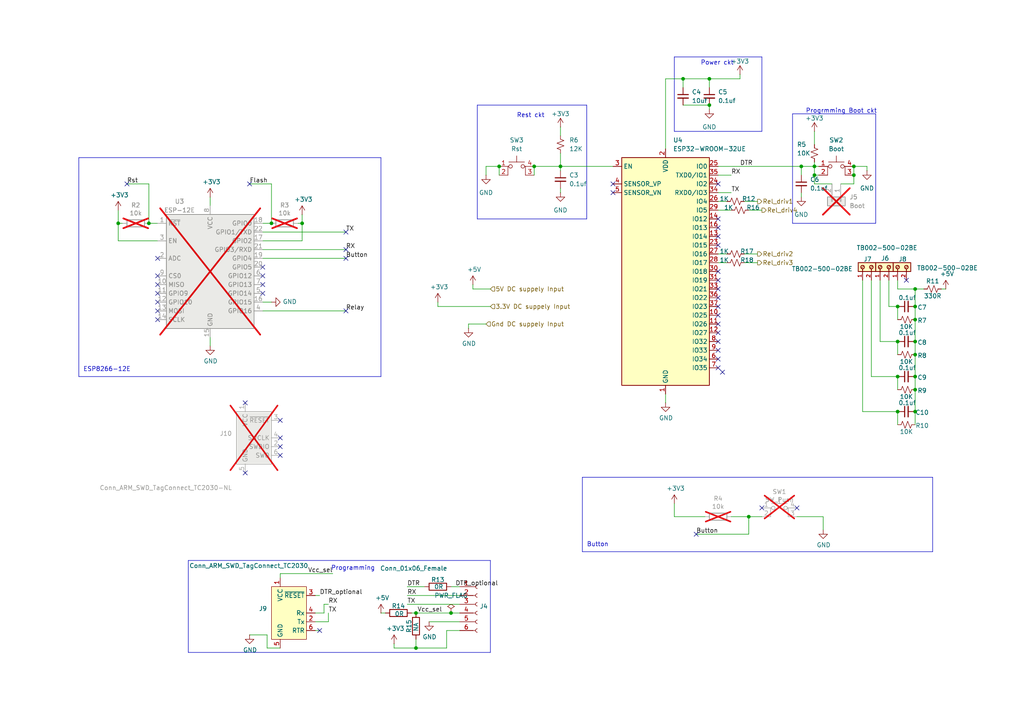
<source format=kicad_sch>
(kicad_sch (version 20231120) (generator "eeschema") (generator_version "8.0")
  (paper "A4")
  (lib_symbols
    (symbol "Connector:Conn_01x06_Female" (pin_names (offset 1.016) hide)
      (property "Reference" "J" (at 0 7.62 0))
      (property "Value" "Conn_01x06_Female" (at 0 -10.16 0))
      (symbol "Conn_01x06_Female_1_1"
        (arc (start 0 -7.112) (mid -0.5058 -7.62) (end 0 -8.128) (stroke (width 0.1524)))
        (arc (start 0 -4.572) (mid -0.5058 -5.08) (end 0 -5.588) (stroke (width 0.1524)))
        (arc (start 0 -2.032) (mid -0.5058 -2.54) (end 0 -3.048) (stroke (width 0.1524)))
        (polyline (pts (xy -1.27 -7.62) (xy -0.508 -7.62)) (stroke (width 0.1524)))
        (polyline (pts (xy -1.27 -5.08) (xy -0.508 -5.08)) (stroke (width 0.1524)))
        (polyline (pts (xy -1.27 -2.54) (xy -0.508 -2.54)) (stroke (width 0.1524)))
        (polyline (pts (xy -1.27 0) (xy -0.508 0)) (stroke (width 0.1524)))
        (polyline (pts (xy -1.27 2.54) (xy -0.508 2.54)) (stroke (width 0.1524)))
        (polyline (pts (xy -1.27 5.08) (xy -0.508 5.08)) (stroke (width 0.1524)))
        (arc (start 0 0.508) (mid -0.5058 0) (end 0 -0.508) (stroke (width 0.1524)))
        (arc (start 0 3.048) (mid -0.5058 2.54) (end 0 2.032) (stroke (width 0.1524)))
        (arc (start 0 5.588) (mid -0.5058 5.08) (end 0 4.572) (stroke (width 0.1524)))
        (pin passive line (at -5.08 5.08 0) (length 3.81) (name "Pin_1") (number "1"))
        (pin passive line (at -5.08 2.54 0) (length 3.81) (name "Pin_2") (number "2"))
        (pin passive line (at -5.08 0 0) (length 3.81) (name "Pin_3") (number "3"))
        (pin passive line (at -5.08 -2.54 0) (length 3.81) (name "Pin_4") (number "4"))
        (pin passive line (at -5.08 -5.08 0) (length 3.81) (name "Pin_5") (number "5"))
        (pin passive line (at -5.08 -7.62 0) (length 3.81) (name "Pin_6") (number "6"))
      )
    )
    (symbol "Connector:Conn_ARM_SWD_TagConnect_TC2030-NL" (in_bom no)
      (property "Reference" "J" (at 2.54 11.43 0))
      (property "Value" "Conn_ARM_SWD_TagConnect_TC2030-NL" (at 2.54 8.89 0))
      (symbol "Conn_ARM_SWD_TagConnect_TC2030-NL_0_0"
        (pin power_in line (at -2.54 10.16 270) (length 2.54) (name "VCC") (number "1"))
        (pin bidirectional line (at 7.62 -2.54 180) (length 2.54) (name "SWDIO") (number "2"))
        (pin open_collector line (at 7.62 5.08 180) (length 2.54) (name "~{RESET}") (number "3"))
        (pin output line (at 7.62 0 180) (length 2.54) (name "SWCLK") (number "4"))
        (pin power_in line (at -2.54 -10.16 90) (length 2.54) (name "GND") (number "5"))
        (pin input line (at 7.62 -5.08 180) (length 2.54) (name "SWO") (number "6"))
      )
      (symbol "Conn_ARM_SWD_TagConnect_TC2030-NL_0_1"
        (rectangle (start -5.08 7.62) (end 5.08 -7.62) (fill (type background)))
      )
    )
    (symbol "Device:R" (pin_numbers hide) (pin_names (offset 0))
      (property "Reference" "R" (at 2.032 0 90))
      (property "Value" "R" (at 0 0 90))
      (symbol "R_0_1"
        (rectangle (start -1.016 -2.54) (end 1.016 2.54) (stroke (width 0.254)))
      )
      (symbol "R_1_1"
        (pin passive line (at 0 3.81 270) (length 1.27) (name "~") (number "1"))
        (pin passive line (at 0 -3.81 90) (length 1.27) (name "~") (number "2"))
      )
    )
    (symbol "RF_Module:ESP-12E"
      (property "Reference" "U" (at -12.7 19.05 0))
      (property "Value" "ESP-12E" (at 12.7 19.05 0))
      (symbol "ESP-12E_0_1"
        (rectangle (start -12.7 17.78) (end 12.7 -15.24) (stroke (width 0.254)) (fill (type background)))
      )
      (symbol "ESP-12E_1_1"
        (pin input line (at -15.24 15.24 0) (length 2.54) (name "~{RST}") (number "1"))
        (pin bidirectional line (at -15.24 -2.54 0) (length 2.54) (name "MISO") (number "10"))
        (pin bidirectional line (at -15.24 -5.08 0) (length 2.54) (name "GPIO9") (number "11"))
        (pin bidirectional line (at -15.24 -7.62 0) (length 2.54) (name "GPIO10") (number "12"))
        (pin bidirectional line (at -15.24 -10.16 0) (length 2.54) (name "MOSI") (number "13"))
        (pin bidirectional line (at -15.24 -12.7 0) (length 2.54) (name "SCLK") (number "14"))
        (pin power_in line (at 0 -17.78 90) (length 2.54) (name "GND") (number "15"))
        (pin bidirectional line (at 15.24 -7.62 180) (length 2.54) (name "GPIO15") (number "16"))
        (pin bidirectional line (at 15.24 10.16 180) (length 2.54) (name "GPIO2") (number "17"))
        (pin bidirectional line (at 15.24 15.24 180) (length 2.54) (name "GPIO0") (number "18"))
        (pin bidirectional line (at 15.24 5.08 180) (length 2.54) (name "GPIO4") (number "19"))
        (pin input line (at -15.24 5.08 0) (length 2.54) (name "ADC") (number "2"))
        (pin bidirectional line (at 15.24 2.54 180) (length 2.54) (name "GPIO5") (number "20"))
        (pin bidirectional line (at 15.24 7.62 180) (length 2.54) (name "GPIO3/RXD") (number "21"))
        (pin bidirectional line (at 15.24 12.7 180) (length 2.54) (name "GPIO1/TXD") (number "22"))
        (pin input line (at -15.24 10.16 0) (length 2.54) (name "EN") (number "3"))
        (pin bidirectional line (at 15.24 -10.16 180) (length 2.54) (name "GPIO16") (number "4"))
        (pin bidirectional line (at 15.24 -5.08 180) (length 2.54) (name "GPIO14") (number "5"))
        (pin bidirectional line (at 15.24 0 180) (length 2.54) (name "GPIO12") (number "6"))
        (pin bidirectional line (at 15.24 -2.54 180) (length 2.54) (name "GPIO13") (number "7"))
        (pin power_in line (at 0 20.32 270) (length 2.54) (name "VCC") (number "8"))
        (pin input line (at -15.24 0 0) (length 2.54) (name "CS0") (number "9"))
      )
    )
    (symbol "Rak_sym_Libr:Conn_01x02" (pin_names (offset 1.016) hide)
      (property "Reference" "J" (at 0 2.54 0))
      (property "Value" "Conn_01x02" (at 0 -5.08 0))
      (symbol "Conn_01x02_1_1"
        (rectangle (start -1.27 -2.413) (end 0 -2.667) (stroke (width 0.1524)))
        (rectangle (start -1.27 0.127) (end 0 -0.127) (stroke (width 0.1524)))
        (rectangle (start -1.27 1.27) (end 1.27 -3.81) (stroke (width 0.254)) (fill (type background)))
        (pin passive line (at -5.08 0 0) (length 3.81) (name "Pin_1") (number "1"))
        (pin passive line (at -5.08 -2.54 0) (length 3.81) (name "Pin_2") (number "2"))
      )
    )
    (symbol "Rak_sym_Libr:Conn_Esp_TagConnect_TC2030_1_" (in_bom no)
      (property "Reference" "J" (at 2.54 11.43 0))
      (property "Value" "Conn_ARM_SWD_TagConnect_TC2030" (at 5.08 8.89 0))
      (symbol "Conn_Esp_TagConnect_TC2030_1__0_0"
        (pin power_in line (at -2.54 10.16 270) (length 2.54) (name "VCC") (number "1"))
        (pin power_in line (at -2.54 -10.16 90) (length 2.54) (name "GND") (number "5"))
      )
      (symbol "Conn_Esp_TagConnect_TC2030_1__0_1"
        (rectangle (start -5.08 7.62) (end 5.08 -7.62) (fill (type background)))
      )
      (symbol "Conn_Esp_TagConnect_TC2030_1__1_0"
        (pin output line (at 7.62 -2.54 180) (length 2.54) (name "Tx") (number "2"))
        (pin open_collector line (at 7.62 5.08 180) (length 2.54) (name "~{RESET}") (number "3"))
        (pin output line (at 7.62 0 180) (length 2.54) (name "Rx") (number "4"))
        (pin input line (at 7.62 -5.08 180) (length 2.54) (name "RTR") (number "6"))
      )
    )
    (symbol "Rak_sym_Libr:ESP32-WROOM-32UE"
      (property "Reference" "U" (at -12.7 34.29 0))
      (property "Value" "ESP32-WROOM-32UE" (at 1.27 34.29 0))
      (symbol "ESP32-WROOM-32UE_0_1"
        (rectangle (start -12.7 33.02) (end 12.7 -33.02) (stroke (width 0.254)) (fill (type background)))
      )
      (symbol "ESP32-WROOM-32UE_1_1"
        (pin power_in line (at 0 -35.56 90) (length 2.54) (name "GND") (number "1"))
        (pin bidirectional line (at 15.24 -12.7 180) (length 2.54) (name "IO25") (number "10"))
        (pin bidirectional line (at 15.24 -15.24 180) (length 2.54) (name "IO26") (number "11"))
        (pin bidirectional line (at 15.24 -17.78 180) (length 2.54) (name "IO27") (number "12"))
        (pin bidirectional line (at 15.24 10.16 180) (length 2.54) (name "IO14") (number "13"))
        (pin bidirectional line (at 15.24 15.24 180) (length 2.54) (name "IO12") (number "14"))
        (pin passive line (at 0 -35.56 90) (length 2.54) hide (name "GND") (number "15"))
        (pin bidirectional line (at 15.24 12.7 180) (length 2.54) (name "IO13") (number "16"))
        (pin no_connect line (at -12.7 -5.08 0) (length 2.54) hide (name "NC") (number "17"))
        (pin no_connect line (at -12.7 -7.62 0) (length 2.54) hide (name "NC") (number "18"))
        (pin no_connect line (at -12.7 -12.7 0) (length 2.54) hide (name "NC") (number "19"))
        (pin power_in line (at 0 35.56 270) (length 2.54) (name "VDD") (number "2"))
        (pin no_connect line (at -12.7 -10.16 0) (length 2.54) hide (name "NC") (number "20"))
        (pin no_connect line (at -12.7 0 0) (length 2.54) hide (name "NC") (number "21"))
        (pin no_connect line (at -12.7 -2.54 0) (length 2.54) hide (name "NC") (number "22"))
        (pin bidirectional line (at 15.24 7.62 180) (length 2.54) (name "IO15") (number "23"))
        (pin bidirectional line (at 15.24 25.4 180) (length 2.54) (name "IO2") (number "24"))
        (pin bidirectional line (at 15.24 30.48 180) (length 2.54) (name "IO0") (number "25"))
        (pin bidirectional line (at 15.24 20.32 180) (length 2.54) (name "IO4") (number "26"))
        (pin bidirectional line (at 15.24 5.08 180) (length 2.54) (name "IO16") (number "27"))
        (pin bidirectional line (at 15.24 2.54 180) (length 2.54) (name "IO17") (number "28"))
        (pin bidirectional line (at 15.24 17.78 180) (length 2.54) (name "IO5") (number "29"))
        (pin input line (at -15.24 30.48 0) (length 2.54) (name "EN") (number "3"))
        (pin bidirectional line (at 15.24 0 180) (length 2.54) (name "IO18") (number "30"))
        (pin bidirectional line (at 15.24 -2.54 180) (length 2.54) (name "IO19") (number "31"))
        (pin no_connect line (at -12.7 -27.94 0) (length 2.54) hide (name "NC") (number "32"))
        (pin bidirectional line (at 15.24 -5.08 180) (length 2.54) (name "IO21") (number "33"))
        (pin bidirectional line (at 15.24 22.86 180) (length 2.54) (name "RXD0/IO3") (number "34"))
        (pin bidirectional line (at 15.24 27.94 180) (length 2.54) (name "TXD0/IO1") (number "35"))
        (pin bidirectional line (at 15.24 -7.62 180) (length 2.54) (name "IO22") (number "36"))
        (pin bidirectional line (at 15.24 -10.16 180) (length 2.54) (name "IO23") (number "37"))
        (pin passive line (at 0 -35.56 90) (length 2.54) hide (name "GND") (number "38"))
        (pin passive line (at 0 -35.56 90) (length 2.54) hide (name "GND") (number "39"))
        (pin input line (at -15.24 25.4 0) (length 2.54) (name "SENSOR_VP") (number "4"))
        (pin input line (at -15.24 22.86 0) (length 2.54) (name "SENSOR_VN") (number "5"))
        (pin input line (at 15.24 -25.4 180) (length 2.54) (name "IO34") (number "6"))
        (pin input line (at 15.24 -27.94 180) (length 2.54) (name "IO35") (number "7"))
        (pin bidirectional line (at 15.24 -20.32 180) (length 2.54) (name "IO32") (number "8"))
        (pin bidirectional line (at 15.24 -22.86 180) (length 2.54) (name "IO33") (number "9"))
      )
    )
    (symbol "Rak_sym_Libr:SW_MEC_5E" (pin_names (offset 1.016) hide)
      (property "Reference" "SW" (at 0.635 5.715 0))
      (property "Value" "SW_MEC_5E" (at 0 -3.175 0))
      (symbol "SW_MEC_5E_0_1"
        (circle (center -1.778 2.54) (radius 0.508))
        (polyline (pts (xy -2.286 3.81) (xy 2.286 3.81)))
        (polyline (pts (xy 0 3.81) (xy 0 5.588)))
        (polyline (pts (xy -2.54 0) (xy -2.54 2.54) (xy -2.286 2.54)))
        (polyline (pts (xy 2.54 0) (xy 2.54 2.54) (xy 2.286 2.54)))
        (circle (center 1.778 2.54) (radius 0.508))
        (pin passive line (at -5.08 2.54 0) (length 2.54) (name "1") (number "1"))
        (pin passive line (at -5.08 0 0) (length 2.54) (name "2") (number "2"))
        (pin passive line (at 5.08 0 180) (length 2.54) (name "K") (number "3"))
        (pin passive line (at 5.08 2.54 180) (length 2.54) (name "A") (number "4"))
      )
    )
    (symbol "Rak_sym_Libr:TB002-500-02BE"
      (property "Reference" "J" (at -0.508 4.064 0))
      (property "Value" "TB002-500-02BE" (at -6.35 6.35 0))
      (symbol "TB002-500-02BE_0_0"
        (circle (center -1.27 1.27) (radius 0.508) (stroke (width 0.254)))
        (polyline (pts (xy -1.27 0.762) (xy -1.27 0)) (stroke (width 0.254)))
        (polyline (pts (xy -1.016 1.524) (xy -1.524 1.016)) (stroke (width 0.1524)))
        (polyline (pts (xy 1.27 0.762) (xy 1.27 0)) (stroke (width 0.254)))
        (polyline (pts (xy 1.524 1.524) (xy 1.016 1.016)) (stroke (width 0.1524)))
        (circle (center 1.27 1.27) (radius 0.508) (stroke (width 0.254)))
        (pin passive line (at -1.27 -2.54 90) (length 2.54) (name "~") (number "1"))
        (pin passive line (at 1.27 -2.54 90) (length 2.54) (name "~") (number "2"))
      )
      (symbol "TB002-500-02BE_1_0"
        (rectangle (start -2.54 2.54) (end 2.54 0) (stroke (width 0.254)) (fill (type background)))
      )
    )
    (symbol "power:+3.3V" (power) (pin_numbers hide) (pin_names (offset 0) hide)
      (property "Value" "+3.3V" (at 0 3.556 0))
      (symbol "+3.3V_0_1"
        (polyline (pts (xy -0.762 1.27) (xy 0 2.54)))
        (polyline (pts (xy 0 0) (xy 0 2.54)))
        (polyline (pts (xy 0 2.54) (xy 0.762 1.27)))
      )
      (symbol "+3.3V_1_1"
        (pin power_in line (at 0 0 90) (length 0) (name "~") (number "1"))
      )
    )
    (symbol "power:+3V3" (power) (pin_numbers hide) (pin_names (offset 0) hide)
      (property "Value" "+3V3" (at 0 3.556 0))
      (symbol "+3V3_0_1"
        (polyline (pts (xy -0.762 1.27) (xy 0 2.54)))
        (polyline (pts (xy 0 0) (xy 0 2.54)))
        (polyline (pts (xy 0 2.54) (xy 0.762 1.27)))
      )
      (symbol "+3V3_1_1"
        (pin power_in line (at 0 0 90) (length 0) (name "~") (number "1"))
      )
    )
    (symbol "power:+5V" (power) (pin_numbers hide) (pin_names (offset 0) hide)
      (property "Value" "+5V" (at 0 3.556 0))
      (symbol "+5V_0_1"
        (polyline (pts (xy -0.762 1.27) (xy 0 2.54)))
        (polyline (pts (xy 0 0) (xy 0 2.54)))
        (polyline (pts (xy 0 2.54) (xy 0.762 1.27)))
      )
      (symbol "+5V_1_1"
        (pin power_in line (at 0 0 90) (length 0) (name "~") (number "1"))
      )
    )
    (symbol "power:GND" (power) (pin_numbers hide) (pin_names (offset 0) hide)
      (property "Value" "GND" (at 0 -3.81 0))
      (symbol "GND_0_1"
        (polyline (pts (xy 0 0) (xy 0 -1.27) (xy 1.27 -1.27) (xy 0 -2.54) (xy -1.27 -1.27) (xy 0 -1.27)))
      )
      (symbol "GND_1_1"
        (pin power_in line (at 0 0 270) (length 0) (name "~") (number "1"))
      )
    )
    (symbol "power:PWR_FLAG" (power) (pin_numbers hide) (pin_names (offset 0) hide)
      (property "Value" "PWR_FLAG" (at 0 3.81 0))
      (symbol "PWR_FLAG_0_0"
        (pin power_out line (at 0 0 90) (length 0) (name "~") (number "1"))
      )
      (symbol "PWR_FLAG_0_1"
        (polyline (pts (xy 0 0) (xy 0 1.27) (xy -1.016 1.905) (xy 0 2.54) (xy 1.016 1.905) (xy 0 1.27)))
      )
    )
    (symbol "sensor espboard symbol library:C_Small" (pin_numbers hide) (pin_names (offset 0.254) hide)
      (property "Reference" "C" (at 0.254 1.778 0))
      (property "Value" "C_Small" (at 0.254 -2.032 0))
      (symbol "C_Small_0_1"
        (polyline (pts (xy -1.524 -0.508) (xy 1.524 -0.508)) (stroke (width 0.3302)))
        (polyline (pts (xy -1.524 0.508) (xy 1.524 0.508)) (stroke (width 0.3048)))
      )
      (symbol "C_Small_1_1"
        (pin passive line (at 0 2.54 270) (length 2.032) (name "~") (number "1"))
        (pin passive line (at 0 -2.54 90) (length 2.032) (name "~") (number "2"))
      )
    )
    (symbol "sensor espboard symbol library:R_Small_US" (pin_numbers hide) (pin_names (offset 0.254) hide)
      (property "Reference" "R" (at 0.762 0.508 0))
      (property "Value" "R_Small_US" (at 0.762 -1.016 0))
      (symbol "R_Small_US_1_1"
        (polyline (pts (xy 0 0) (xy 1.016 -0.381) (xy 0 -0.762) (xy -1.016 -1.143) (xy 0 -1.524)))
        (polyline (pts (xy 0 1.524) (xy 1.016 1.143) (xy 0 0.762) (xy -1.016 0.381) (xy 0 0)))
        (pin passive line (at 0 2.54 270) (length 1.016) (name "~") (number "1"))
        (pin passive line (at 0 -2.54 90) (length 1.016) (name "~") (number "2"))
      )
    )
  )
  (junction (at 265.43 102.87))
  (junction (at 247.65 50.8))
  (junction (at 265.43 113.03))
  (junction (at 260.35 99.06))
  (junction (at 205.74 22.86))
  (junction (at 265.43 83.82))
  (junction (at 265.43 109.22))
  (junction (at 217.17 149.86))
  (junction (at 154.94 48.26))
  (junction (at 144.78 48.26))
  (junction (at 265.43 88.9))
  (junction (at 78.74 64.77))
  (junction (at 205.74 30.48))
  (junction (at 265.43 99.06))
  (junction (at 120.65 177.8))
  (junction (at 43.18 64.77))
  (junction (at 34.29 64.77))
  (junction (at 120.65 187.96))
  (junction (at 247.65 48.26))
  (junction (at 265.43 92.71))
  (junction (at 236.22 48.26))
  (junction (at 232.41 48.26))
  (junction (at 260.35 109.22))
  (junction (at 260.35 88.9))
  (junction (at 130.81 177.8))
  (junction (at 198.12 22.86))
  (junction (at 162.56 48.26))
  (junction (at 265.43 119.38))
  (junction (at 87.63 64.77))
  (junction (at 236.22 50.8))
  (junction (at 260.35 119.38))
  (no_connect (at 262.89 81.28))
  (no_connect (at 45.72 82.55))
  (no_connect (at 92.71 182.88))
  (no_connect (at 36.83 53.34))
  (no_connect (at 45.72 87.63))
  (no_connect (at 45.72 92.71))
  (no_connect (at 208.28 81.28))
  (no_connect (at 100.33 67.31))
  (no_connect (at 45.72 85.09))
  (no_connect (at 208.28 91.44))
  (no_connect (at 81.28 132.08))
  (no_connect (at 208.28 86.36))
  (no_connect (at 209.55 107.95))
  (no_connect (at 208.28 83.82))
  (no_connect (at 201.93 154.94))
  (no_connect (at 100.33 90.17))
  (no_connect (at 45.72 74.93))
  (no_connect (at 177.8 55.88))
  (no_connect (at 208.28 63.5))
  (no_connect (at 76.2 77.47))
  (no_connect (at 208.28 71.12))
  (no_connect (at 208.28 66.04))
  (no_connect (at 208.28 88.9))
  (no_connect (at 76.2 85.09))
  (no_connect (at 100.33 74.93))
  (no_connect (at 177.8 53.34))
  (no_connect (at 100.33 72.39))
  (no_connect (at 208.28 104.14))
  (no_connect (at 81.28 129.54))
  (no_connect (at 208.28 106.68))
  (no_connect (at 81.28 127))
  (no_connect (at 76.2 80.01))
  (no_connect (at 72.39 53.34))
  (no_connect (at 208.28 96.52))
  (no_connect (at 231.14 147.32))
  (no_connect (at 208.28 101.6))
  (no_connect (at 45.72 80.01))
  (no_connect (at 208.28 99.06))
  (no_connect (at 76.2 82.55))
  (no_connect (at 208.28 68.58))
  (no_connect (at 208.28 93.98))
  (no_connect (at 45.72 90.17))
  (no_connect (at 208.28 53.34))
  (no_connect (at 81.28 121.92))
  (no_connect (at 220.98 147.32))
  (no_connect (at 71.12 116.84))
  (no_connect (at 71.12 137.16))
  (no_connect (at 208.28 78.74))
  (wire (pts (xy 265.43 83.82) (xy 265.43 88.9)))
  (wire (pts (xy 130.81 170.18) (xy 133.35 170.18)))
  (polyline (pts (xy 22.86 109.22) (xy 22.86 45.72)))
  (wire (pts (xy 208.28 58.42) (xy 210.82 58.42)))
  (wire (pts (xy 91.44 182.88) (xy 92.71 182.88)))
  (wire (pts (xy 236.22 38.1) (xy 236.22 41.91)))
  (wire (pts (xy 60.96 100.33) (xy 60.96 97.79)))
  (wire (pts (xy 91.44 177.8) (xy 93.98 177.8)))
  (wire (pts (xy 265.43 102.87) (xy 265.43 109.22)))
  (wire (pts (xy 193.04 114.3) (xy 193.04 116.84)))
  (polyline (pts (xy 142.24 189.23) (xy 54.61 189.23)))
  (wire (pts (xy 114.3 187.96) (xy 114.3 186.69)))
  (polyline (pts (xy 229.87 33.02) (xy 229.87 64.77)))
  (polyline (pts (xy 254 64.77) (xy 229.87 64.77)))
  (wire (pts (xy 255.27 81.28) (xy 255.27 99.06)))
  (wire (pts (xy 76.2 69.85) (xy 87.63 69.85)))
  (polyline (pts (xy 168.91 138.43) (xy 270.51 138.43)))
  (wire (pts (xy 78.74 64.77) (xy 78.74 53.34)))
  (wire (pts (xy 193.04 22.86) (xy 193.04 43.18)))
  (wire (pts (xy 129.54 187.96) (xy 120.65 187.96)))
  (wire (pts (xy 76.2 90.17) (xy 100.33 90.17)))
  (wire (pts (xy 60.96 59.69) (xy 60.96 57.15)))
  (wire (pts (xy 34.29 60.96) (xy 34.29 64.77)))
  (wire (pts (xy 76.2 74.93) (xy 100.33 74.93)))
  (wire (pts (xy 43.18 64.77) (xy 45.72 64.77)))
  (wire (pts (xy 135.89 93.98) (xy 135.89 95.25)))
  (wire (pts (xy 72.39 184.15) (xy 77.47 184.15)))
  (wire (pts (xy 265.43 92.71) (xy 265.43 99.06)))
  (wire (pts (xy 162.56 54.61) (xy 162.56 55.88)))
  (wire (pts (xy 260.35 88.9) (xy 260.35 92.71)))
  (wire (pts (xy 124.46 180.34) (xy 133.35 180.34)))
  (wire (pts (xy 87.63 69.85) (xy 87.63 64.77)))
  (wire (pts (xy 140.97 93.98) (xy 135.89 93.98)))
  (wire (pts (xy 265.43 109.22) (xy 265.43 113.03)))
  (wire (pts (xy 87.63 64.77) (xy 87.63 62.23)))
  (polyline (pts (xy 54.61 189.23) (xy 54.61 162.56)))
  (wire (pts (xy 34.29 64.77) (xy 35.56 64.77)))
  (wire (pts (xy 250.19 119.38) (xy 260.35 119.38)))
  (wire (pts (xy 43.18 53.34) (xy 36.83 53.34)))
  (wire (pts (xy 238.76 153.67) (xy 238.76 149.86)))
  (wire (pts (xy 208.28 73.66) (xy 210.82 73.66)))
  (wire (pts (xy 162.56 49.53) (xy 162.56 48.26)))
  (polyline (pts (xy 168.91 160.02) (xy 168.91 138.43)))
  (wire (pts (xy 76.2 72.39) (xy 100.33 72.39)))
  (wire (pts (xy 215.9 73.66) (xy 219.71 73.66)))
  (wire (pts (xy 205.74 22.86) (xy 205.74 25.4)))
  (wire (pts (xy 198.12 25.4) (xy 198.12 22.86)))
  (wire (pts (xy 162.56 48.26) (xy 177.8 48.26)))
  (polyline (pts (xy 270.51 160.02) (xy 168.91 160.02)))
  (wire (pts (xy 137.16 83.82) (xy 137.16 82.55)))
  (polyline (pts (xy 138.43 30.48) (xy 170.18 30.48)))
  (wire (pts (xy 118.11 172.72) (xy 133.35 172.72)))
  (wire (pts (xy 127 88.9) (xy 142.24 88.9)))
  (wire (pts (xy 195.58 149.86) (xy 204.47 149.86)))
  (wire (pts (xy 129.54 182.88) (xy 129.54 187.96)))
  (wire (pts (xy 195.58 146.05) (xy 195.58 149.86)))
  (wire (pts (xy 133.35 182.88) (xy 129.54 182.88)))
  (wire (pts (xy 34.29 69.85) (xy 45.72 69.85)))
  (wire (pts (xy 257.81 81.28) (xy 257.81 88.9)))
  (wire (pts (xy 137.16 83.82) (xy 142.24 83.82)))
  (polyline (pts (xy 170.18 63.5) (xy 170.18 30.48)))
  (wire (pts (xy 217.17 149.86) (xy 220.98 149.86)))
  (wire (pts (xy 43.18 64.77) (xy 43.18 53.34)))
  (polyline (pts (xy 138.43 30.48) (xy 138.43 63.5)))
  (wire (pts (xy 265.43 113.03) (xy 265.43 119.38)))
  (wire (pts (xy 120.65 177.8) (xy 130.81 177.8)))
  (polyline (pts (xy 142.24 162.56) (xy 142.24 189.23)))
  (polyline (pts (xy 229.87 33.02) (xy 254 33.02)))
  (wire (pts (xy 217.17 154.94) (xy 201.93 154.94)))
  (wire (pts (xy 208.28 76.2) (xy 210.82 76.2)))
  (wire (pts (xy 78.74 53.34) (xy 72.39 53.34)))
  (wire (pts (xy 260.35 83.82) (xy 265.43 83.82)))
  (wire (pts (xy 198.12 30.48) (xy 205.74 30.48)))
  (wire (pts (xy 252.73 109.22) (xy 260.35 109.22)))
  (wire (pts (xy 91.44 172.72) (xy 92.71 172.72)))
  (polyline (pts (xy 220.98 38.1) (xy 195.58 38.1)))
  (wire (pts (xy 236.22 46.99) (xy 236.22 48.26)))
  (wire (pts (xy 250.19 81.28) (xy 250.19 119.38)))
  (wire (pts (xy 257.81 88.9) (xy 260.35 88.9)))
  (wire (pts (xy 214.63 21.59) (xy 214.63 22.86)))
  (wire (pts (xy 252.73 81.28) (xy 252.73 109.22)))
  (wire (pts (xy 237.49 50.8) (xy 236.22 50.8)))
  (wire (pts (xy 154.94 48.26) (xy 162.56 48.26)))
  (wire (pts (xy 215.9 58.42) (xy 219.71 58.42)))
  (polyline (pts (xy 110.49 45.72) (xy 110.49 109.22)))
  (wire (pts (xy 265.43 119.38) (xy 265.43 123.19)))
  (wire (pts (xy 127 88.9) (xy 127 87.63)))
  (wire (pts (xy 140.97 50.8) (xy 140.97 48.26)))
  (wire (pts (xy 91.44 180.34) (xy 95.25 180.34)))
  (wire (pts (xy 162.56 36.83) (xy 162.56 39.37)))
  (wire (pts (xy 77.47 184.15) (xy 77.47 187.96)))
  (wire (pts (xy 208.28 50.8) (xy 212.09 50.8)))
  (wire (pts (xy 247.65 53.34) (xy 243.84 53.34)))
  (wire (pts (xy 140.97 48.26) (xy 144.78 48.26)))
  (wire (pts (xy 251.46 48.26) (xy 247.65 48.26)))
  (polyline (pts (xy 138.43 63.5) (xy 170.18 63.5)))
  (wire (pts (xy 81.28 166.37) (xy 81.28 167.64)))
  (wire (pts (xy 120.65 187.96) (xy 114.3 187.96)))
  (wire (pts (xy 208.28 55.88) (xy 212.09 55.88)))
  (wire (pts (xy 77.47 187.96) (xy 81.28 187.96)))
  (wire (pts (xy 93.98 175.26) (xy 95.25 175.26)))
  (wire (pts (xy 265.43 99.06) (xy 265.43 102.87)))
  (wire (pts (xy 247.65 48.26) (xy 247.65 50.8)))
  (wire (pts (xy 110.49 177.8) (xy 111.76 177.8)))
  (wire (pts (xy 118.11 170.18) (xy 123.19 170.18)))
  (wire (pts (xy 236.22 53.34) (xy 241.3 53.34)))
  (wire (pts (xy 130.81 177.8) (xy 133.35 177.8)))
  (wire (pts (xy 260.35 99.06) (xy 260.35 102.87)))
  (wire (pts (xy 78.74 87.63) (xy 76.2 87.63)))
  (wire (pts (xy 162.56 44.45) (xy 162.56 48.26)))
  (wire (pts (xy 208.28 60.96) (xy 212.09 60.96)))
  (wire (pts (xy 232.41 55.88) (xy 232.41 57.15)))
  (wire (pts (xy 78.74 64.77) (xy 76.2 64.77)))
  (wire (pts (xy 260.35 81.28) (xy 260.35 83.82)))
  (wire (pts (xy 236.22 48.26) (xy 236.22 50.8)))
  (wire (pts (xy 247.65 50.8) (xy 247.65 53.34)))
  (polyline (pts (xy 195.58 16.51) (xy 220.98 16.51)))
  (wire (pts (xy 219.71 76.2) (xy 215.9 76.2)))
  (wire (pts (xy 154.94 48.26) (xy 154.94 50.8)))
  (wire (pts (xy 212.09 149.86) (xy 217.17 149.86)))
  (polyline (pts (xy 22.86 45.72) (xy 110.49 45.72)))
  (polyline (pts (xy 270.51 138.43) (xy 270.51 160.02)))
  (wire (pts (xy 93.98 177.8) (xy 93.98 175.26)))
  (wire (pts (xy 76.2 67.31) (xy 100.33 67.31)))
  (wire (pts (xy 118.11 175.26) (xy 133.35 175.26)))
  (polyline (pts (xy 110.49 109.22) (xy 22.86 109.22)))
  (wire (pts (xy 260.35 109.22) (xy 260.35 113.03)))
  (wire (pts (xy 86.36 64.77) (xy 87.63 64.77)))
  (polyline (pts (xy 195.58 16.51) (xy 195.58 38.1)))
  (wire (pts (xy 217.17 60.96) (xy 220.98 60.96)))
  (wire (pts (xy 251.46 49.53) (xy 251.46 48.26)))
  (wire (pts (xy 217.17 149.86) (xy 217.17 154.94)))
  (wire (pts (xy 205.74 30.48) (xy 205.74 31.75)))
  (polyline (pts (xy 254 33.02) (xy 254 64.77)))
  (wire (pts (xy 255.27 99.06) (xy 260.35 99.06)))
  (wire (pts (xy 208.28 48.26) (xy 232.41 48.26)))
  (wire (pts (xy 236.22 50.8) (xy 236.22 53.34)))
  (wire (pts (xy 238.76 149.86) (xy 231.14 149.86)))
  (wire (pts (xy 232.41 48.26) (xy 236.22 48.26)))
  (wire (pts (xy 95.25 180.34) (xy 95.25 177.8)))
  (wire (pts (xy 198.12 22.86) (xy 205.74 22.86)))
  (wire (pts (xy 120.65 185.42) (xy 120.65 187.96)))
  (wire (pts (xy 260.35 119.38) (xy 260.35 123.19)))
  (wire (pts (xy 119.38 177.8) (xy 120.65 177.8)))
  (wire (pts (xy 236.22 48.26) (xy 237.49 48.26)))
  (wire (pts (xy 265.43 88.9) (xy 265.43 92.71)))
  (wire (pts (xy 96.52 166.37) (xy 81.28 166.37)))
  (polyline (pts (xy 54.61 162.56) (xy 142.24 162.56)))
  (wire (pts (xy 205.74 22.86) (xy 214.63 22.86)))
  (wire (pts (xy 34.29 69.85) (xy 34.29 64.77)))
  (wire (pts (xy 274.32 83.82) (xy 273.05 83.82)))
  (wire (pts (xy 267.97 83.82) (xy 265.43 83.82)))
  (polyline (pts (xy 220.98 16.51) (xy 220.98 38.1)))
  (wire (pts (xy 193.04 22.86) (xy 198.12 22.86)))
  (wire (pts (xy 144.78 48.26) (xy 144.78 50.8)))
  (wire (pts (xy 232.41 48.26) (xy 232.41 50.8)))
  (text "ESP8266-12E" (at 24.13 107.95 0) (effects (font (size 1.27 1.27)) (justify left bottom)))
  (text "Programming" (at 96.012 165.608 0) (effects (font (size 1.27 1.27)) (justify left bottom)))
  (text "Power ckt" (at 203.2 19.05 0) (effects (font (size 1.27 1.27)) (justify left bottom)))
  (text "Rest ckt" (at 149.86 34.29 0) (effects (font (size 1.27 1.27)) (justify left bottom)))
  (text "Progrmming Boot ckt\n" (at 233.68 33.02 0) (effects (font (size 1.27 1.27)) (justify left bottom)))
  (text "Button" (at 170.18 158.75 0) (effects (font (size 1.27 1.27)) (justify left bottom)))
  (label "TX" (at 212.09 55.88 0))
  (label "TX" (at 118.11 175.26 0))
  (label "Vcc_sel" (at 128.27 177.8 180))
  (label "TX" (at 95.25 177.8 0))
  (label "RX" (at 100.33 72.39 0))
  (label "RX" (at 118.11 172.72 0))
  (label "DTR" (at 118.11 170.18 0))
  (label "Relay" (at 100.33 90.17 0))
  (label "DTR" (at 214.63 48.26 0))
  (label "RX" (at 95.25 175.26 0))
  (label "Button" (at 100.33 74.93 0))
  (label "DTR_optional" (at 92.71 172.72 0))
  (label "Vcc_sel" (at 96.52 166.37 180))
  (label "TX" (at 100.33 67.31 0))
  (label "RX" (at 212.09 50.8 0))
  (label "DTR_optional" (at 132.08 170.18 0))
  (label "Rst" (at 36.83 53.34 0))
  (label "Button" (at 201.93 154.94 0))
  (label "Flash" (at 72.39 53.34 0))
  (hierarchical_label "3.3V DC suppely Input" (shape input) (at 142.24 88.9 0))
  (hierarchical_label "Rel_driv2" (shape output) (at 219.71 73.66 0))
  (hierarchical_label "Rel_driv4" (shape output) (at 220.98 60.96 0))
  (hierarchical_label "Gnd DC suppely Input" (shape input) (at 140.97 93.98 0))
  (hierarchical_label "Rel_driv1" (shape output) (at 219.71 58.42 0))
  (hierarchical_label "5V DC suppely Input" (shape input) (at 142.24 83.82 0))
  (hierarchical_label "Rel_driv3" (shape output) (at 219.71 76.2 0))
  (symbol (lib_id "sensor espboard symbol library:R_Small_US") (at 262.89 113.03 90) (unit 1)
    (property "Reference" "R9" (at 267.462 113.284 90))
    (property "Value" "10K" (at 262.89 115.062 90))
    (property "Footprint" "Resistor_SMD:R_0603_1608Metric_Pad0.98x0.95mm_HandSolder" (effects (hide yes)))
  )
  (symbol (lib_id "power:+3V3") (at 214.63 21.59 0) (unit 1)
    (property "Reference" "#PWR031" (effects (hide yes)))
    (property "Value" "+3V3" (at 214.63 17.78 0))
    (property "Description" "Power symbol creates a global label with name \"+3V3\"" (effects (hide yes)))
  )
  (symbol (lib_id "Rak_sym_Libr:SW_MEC_5E") (at 226.06 149.86 0) (unit 1) (exclude_from_sim yes) (in_bom no) (on_board no) (dnp yes)
    (property "Reference" "SW1" (at 226.06 142.621 0))
    (property "Value" "SW_Push" (at 226.06 144.9324 0))
    (property "Footprint" "Rak_FP_Library:SW_SPST_withpost" (effects (hide yes)))
    (property "Datasheet" "http://www.apem.com/int/index.php?controller=attachment&id_attachment=1371" (effects (hide yes)))
    (property "Description" "MEC 5E single pole normally-open tactile switch" (effects (hide yes)))
  )
  (symbol (lib_id "Connector:Conn_ARM_SWD_TagConnect_TC2030-NL") (at 73.66 127 0) (unit 1) (exclude_from_sim yes) (in_bom no) (on_board no) (dnp yes)
    (property "Reference" "J10" (at 67.31 125.7299 0) (effects (justify right)))
    (property "Value" "Conn_ARM_SWD_TagConnect_TC2030-NL" (at 67.31 141.478 0) (effects (justify right)))
    (property "Footprint" "Connector:Tag-Connect_TC2030-IDC-NL_2x03_P1.27mm_Vertical" (effects (hide yes)))
    (property "Datasheet" "https://www.tag-connect.com/wp-content/uploads/bsk-pdf-manager/TC2030-CTX_1.pdf" (effects (hide yes)))
    (property "Description" "Tag-Connect ARM Cortex SWD JTAG connector, 6 pin, no legs" (effects (hide yes)))
  )
  (symbol (lib_id "sensor espboard symbol library:R_Small_US") (at 214.63 60.96 90) (unit 1)
    (property "Reference" "R16" (at 218.44 60.198 90))
    (property "Value" "1K" (at 211.328 60.198 90))
    (property "Footprint" "Resistor_SMD:R_0603_1608Metric_Pad0.98x0.95mm_HandSolder" (effects (hide yes)))
  )
  (symbol (lib_id "sensor espboard symbol library:C_Small") (at 162.56 52.07 0) (unit 1)
    (property "Reference" "C3" (at 165.1 50.8062 0) (effects (justify left)))
    (property "Value" "0.1uf" (at 165.1 53.3462 0) (effects (justify left)))
    (property "Footprint" "Capacitor_SMD:C_0805_2012Metric_Pad1.18x1.45mm_HandSolder" (effects (hide yes)))
  )
  (symbol (lib_id "power:GND") (at 124.46 180.34 0) (unit 1)
    (property "Reference" "#PWR021" (effects (hide yes)))
    (property "Value" "GND" (at 124.587 184.7342 0))
    (property "Description" "Power symbol creates a global label with name \"GND\" , ground" (effects (hide yes)))
  )
  (symbol (lib_id "power:GND") (at 78.74 87.63 90) (unit 1)
    (property "Reference" "#PWR020" (effects (hide yes)))
    (property "Value" "GND" (at 81.9912 87.503 90) (effects (justify right)))
    (property "Description" "Power symbol creates a global label with name \"GND\" , ground" (effects (hide yes)))
  )
  (symbol (lib_id "sensor espboard symbol library:R_Small_US") (at 213.36 58.42 90) (unit 1)
    (property "Reference" "R12" (at 217.17 57.658 90))
    (property "Value" "1K" (at 210.058 57.658 90))
    (property "Footprint" "Resistor_SMD:R_0603_1608Metric_Pad0.98x0.95mm_HandSolder" (effects (hide yes)))
  )
  (symbol (lib_id "sensor espboard symbol library:C_Small") (at 262.89 119.38 90) (unit 1)
    (property "Reference" "C10" (at 267.462 119.634 90))
    (property "Value" "0.1uf" (at 263.144 116.84 90))
    (property "Footprint" "Capacitor_SMD:C_0805_2012Metric_Pad1.18x1.45mm_HandSolder" (effects (hide yes)))
  )
  (symbol (lib_id "Rak_sym_Libr:SW_MEC_5E") (at 242.57 50.8 0) (unit 1)
    (property "Reference" "SW2" (at 242.57 40.64 0))
    (property "Value" "Boot" (at 242.57 43.18 0))
    (property "Footprint" "Rak_FP_Library:SW_SPST_withpost" (effects (hide yes)))
    (property "Datasheet" "http://www.apem.com/int/index.php?controller=attachment&id_attachment=1371" (effects (hide yes)))
    (property "Description" "MEC 5E single pole normally-open tactile switch" (effects (hide yes)))
  )
  (symbol (lib_id "power:+3.3V") (at 114.3 186.69 0) (unit 1)
    (property "Reference" "#PWR019" (effects (hide yes)))
    (property "Value" "+3V3" (at 114.681 182.2958 0))
    (property "Description" "Power symbol creates a global label with name \"+3.3V\"" (effects (hide yes)))
  )
  (symbol (lib_id "sensor espboard symbol library:C_Small") (at 232.41 53.34 0) (unit 1)
    (property "Reference" "C6" (at 234.95 52.0762 0) (effects (justify left)))
    (property "Value" "0.1uf" (at 234.95 54.6162 0) (effects (justify left)))
    (property "Footprint" "Capacitor_SMD:C_0805_2012Metric_Pad1.18x1.45mm_HandSolder" (effects (hide yes)))
  )
  (symbol (lib_id "power:GND") (at 72.39 184.15 0) (unit 1)
    (property "Reference" "#PWR036" (effects (hide yes)))
    (property "Value" "GND" (at 72.517 188.5442 0))
    (property "Description" "Power symbol creates a global label with name \"GND\" , ground" (effects (hide yes)))
  )
  (symbol (lib_id "Device:R") (at 82.55 64.77 270) (unit 1) (exclude_from_sim yes) (in_bom no) (on_board no) (dnp yes)
    (property "Reference" "R3" (at 82.55 59.5122 90))
    (property "Value" "10k" (at 82.55 61.8236 90))
    (property "Footprint" "Resistor_SMD:R_0603_1608Metric_Pad1.05x0.95mm_HandSolder" (effects (hide yes)))
    (property "Description" "Resistor" (effects (hide yes)))
  )
  (symbol (lib_id "power:GND") (at 193.04 116.84 0) (unit 1)
    (property "Reference" "#PWR032" (effects (hide yes)))
    (property "Value" "GND" (at 193.167 121.2342 0))
    (property "Description" "Power symbol creates a global label with name \"GND\" , ground" (effects (hide yes)))
  )
  (symbol (lib_id "power:+5V") (at 274.32 83.82 0) (unit 1)
    (property "Reference" "#PWR035" (effects (hide yes)))
    (property "Value" "+5V" (at 274.701 79.4258 0))
    (property "Description" "Power symbol creates a global label with name \"+5V\"" (effects (hide yes)))
  )
  (symbol (lib_id "sensor espboard symbol library:R_Small_US") (at 162.56 41.91 0) (unit 1)
    (property "Reference" "R6" (at 165.1 40.6399 0) (effects (justify left)))
    (property "Value" "12K" (at 165.1 43.1799 0) (effects (justify left)))
    (property "Footprint" "Resistor_SMD:R_0603_1608Metric_Pad0.98x0.95mm_HandSolder" (effects (hide yes)))
  )
  (symbol (lib_id "sensor espboard symbol library:C_Small") (at 205.74 27.94 0) (unit 1)
    (property "Reference" "C5" (at 208.28 26.6762 0) (effects (justify left)))
    (property "Value" "0.1uf" (at 208.28 29.2162 0) (effects (justify left)))
    (property "Footprint" "Capacitor_SMD:C_0805_2012Metric_Pad1.18x1.45mm_HandSolder" (effects (hide yes)))
  )
  (symbol (lib_id "Rak_sym_Libr:SW_MEC_5E") (at 149.86 50.8 0) (unit 1)
    (property "Reference" "SW3" (at 149.86 40.64 0))
    (property "Value" "Rst" (at 149.86 43.18 0))
    (property "Footprint" "Rak_FP_Library:SW_SPST_withpost" (effects (hide yes)))
    (property "Datasheet" "http://www.apem.com/int/index.php?controller=attachment&id_attachment=1371" (effects (hide yes)))
    (property "Description" "MEC 5E single pole normally-open tactile switch" (effects (hide yes)))
  )
  (symbol (lib_id "power:+5V") (at 110.49 177.8 0) (unit 1)
    (property "Reference" "#PWR034" (effects (hide yes)))
    (property "Value" "+5V" (at 110.871 173.4058 0))
    (property "Description" "Power symbol creates a global label with name \"+5V\"" (effects (hide yes)))
  )
  (symbol (lib_id "power:+3V3") (at 236.22 38.1 0) (unit 1)
    (property "Reference" "#PWR025" (effects (hide yes)))
    (property "Value" "+3V3" (at 236.22 34.29 0))
    (property "Description" "Power symbol creates a global label with name \"+3V3\"" (effects (hide yes)))
  )
  (symbol (lib_id "Device:R") (at 120.65 181.61 180) (unit 1)
    (property "Reference" "R15" (at 118.618 181.61 90))
    (property "Value" "NA" (at 120.65 181.864 90))
    (property "Footprint" "Resistor_SMD:R_0201_0603Metric_Pad0.64x0.40mm_HandSolder" (effects (hide yes)))
    (property "Description" "Resistor" (effects (hide yes)))
  )
  (symbol (lib_id "sensor espboard symbol library:C_Small") (at 198.12 27.94 0) (unit 1)
    (property "Reference" "C4" (at 200.66 26.6762 0) (effects (justify left)))
    (property "Value" "10uf" (at 200.66 29.2162 0) (effects (justify left)))
    (property "Footprint" "Capacitor_SMD:C_0805_2012Metric_Pad1.18x1.45mm_HandSolder" (effects (hide yes)))
  )
  (symbol (lib_id "power:+3.3V") (at 34.29 60.96 0) (unit 1)
    (property "Reference" "#PWR016" (effects (hide yes)))
    (property "Value" "+3V3" (at 34.671 56.5658 0))
    (property "Description" "Power symbol creates a global label with name \"+3.3V\"" (effects (hide yes)))
  )
  (symbol (lib_id "Device:R") (at 39.37 64.77 270) (unit 1) (exclude_from_sim yes) (in_bom no) (on_board no) (dnp yes)
    (property "Reference" "R2" (at 39.37 59.5122 90))
    (property "Value" "10k" (at 39.37 61.8236 90))
    (property "Footprint" "Resistor_SMD:R_0603_1608Metric_Pad1.05x0.95mm_HandSolder" (effects (hide yes)))
    (property "Description" "Resistor" (effects (hide yes)))
  )
  (symbol (lib_id "power:+3.3V") (at 195.58 146.05 0) (unit 1)
    (property "Reference" "#PWR023" (effects (hide yes)))
    (property "Value" "+3V3" (at 195.961 141.6558 0))
    (property "Description" "Power symbol creates a global label with name \"+3.3V\"" (effects (hide yes)))
  )
  (symbol (lib_id "power:+3.3V") (at 127 87.63 0) (unit 1)
    (property "Reference" "#PWR044" (effects (hide yes)))
    (property "Value" "+3V3" (at 127.381 83.2358 0))
    (property "Description" "Power symbol creates a global label with name \"+3.3V\"" (effects (hide yes)))
  )
  (symbol (lib_id "sensor espboard symbol library:R_Small_US") (at 270.51 83.82 90) (unit 1)
    (property "Reference" "R11" (at 270.51 81.534 90))
    (property "Value" "330R" (at 270.51 85.852 90))
    (property "Footprint" "Resistor_SMD:R_1210_3225Metric_Pad1.30x2.65mm_HandSolder" (effects (hide yes)))
  )
  (symbol (lib_id "Device:R") (at 127 170.18 90) (unit 1)
    (property "Reference" "R13" (at 127 168.148 90))
    (property "Value" "0R" (at 127.254 170.18 90))
    (property "Footprint" "Resistor_SMD:R_0201_0603Metric_Pad0.64x0.40mm_HandSolder" (effects (hide yes)))
    (property "Description" "Resistor" (effects (hide yes)))
  )
  (symbol (lib_id "Rak_sym_Libr:TB002-500-02BE") (at 256.54 78.74 0) (unit 1)
    (property "Reference" "J6" (at 255.524 74.93 0) (effects (justify left)))
    (property "Value" "TB002-500-02BE" (at 248.412 71.882 0) (effects (justify left)))
    (property "Footprint" "Rak_FP_Library:2_terminal_block_small" (effects (hide yes)))
    (property "Description" "Fixed Terminal Blocks Terminal block, screw type, 5.00, horizontal, 2 poles, CUI Blue, slotted screw, PCB mount" (effects (hide yes)))
    (property "Height" "10.4" (effects (hide yes)))
    (property "Mouser Part Number" "490-TB002-500-02BE" (effects (hide yes)))
    (property "Mouser Price/Stock" "https://www.mouser.co.uk/ProductDetail/CUI-Devices/TB002-500-02BE?qs=vLWxofP3U2x9716kcgva%2Fw%3D%3D" (effects (hide yes)))
    (property "Manufacturer_Name" "CUI Devices" (effects (hide yes)))
    (property "Manufacturer_Part_Number" "TB002-500-02BE" (effects (hide yes)))
  )
  (symbol (lib_id "power:+3.3V") (at 60.96 57.15 0) (unit 1)
    (property "Reference" "#PWR017" (effects (hide yes)))
    (property "Value" "+3V3" (at 61.341 52.7558 0))
    (property "Description" "Power symbol creates a global label with name \"+3.3V\"" (effects (hide yes)))
  )
  (symbol (lib_id "power:GND") (at 205.74 31.75 0) (unit 1)
    (property "Reference" "#PWR030" (effects (hide yes)))
    (property "Value" "GND" (at 205.74 36.83 0))
    (property "Description" "Power symbol creates a global label with name \"GND\" , ground" (effects (hide yes)))
  )
  (symbol (lib_id "sensor espboard symbol library:C_Small") (at 262.89 99.06 90) (unit 1)
    (property "Reference" "C8" (at 267.462 99.314 90))
    (property "Value" "0.1uf" (at 263.144 96.52 90))
    (property "Footprint" "Capacitor_SMD:C_0805_2012Metric_Pad1.18x1.45mm_HandSolder" (effects (hide yes)))
  )
  (symbol (lib_id "sensor espboard symbol library:R_Small_US") (at 213.36 73.66 90) (unit 1)
    (property "Reference" "R17" (at 216.662 72.898 90))
    (property "Value" "1K" (at 210.058 72.898 90))
    (property "Footprint" "Resistor_SMD:R_0603_1608Metric_Pad0.98x0.95mm_HandSolder" (effects (hide yes)))
  )
  (symbol (lib_id "Rak_sym_Libr:Conn_01x02") (at 243.84 58.42 270) (unit 1) (exclude_from_sim yes) (in_bom no) (on_board no) (dnp yes)
    (property "Reference" "J5" (at 246.38 57.1499 90) (effects (justify left)))
    (property "Value" "Boot" (at 246.38 59.6899 90) (effects (justify left)))
    (property "Footprint" "Rak_FP_Library:PinHeader_1x02_P2.54mm_Vertical" (effects (hide yes)))
    (property "Description" "Generic connector, single row, 01x02, script generated (kicad-library-utils/schlib/autogen/connector/)" (effects (hide yes)))
  )
  (symbol (lib_id "power:GND") (at 60.96 100.33 0) (unit 1)
    (property "Reference" "#PWR018" (effects (hide yes)))
    (property "Value" "GND" (at 61.087 104.7242 0))
    (property "Description" "Power symbol creates a global label with name \"GND\" , ground" (effects (hide yes)))
  )
  (symbol (lib_id "Connector:Conn_01x06_Female") (at 138.43 175.26 0) (unit 1)
    (property "Reference" "J4" (at 139.1158 175.8696 0) (effects (justify left)))
    (property "Value" "Conn_01x06_Female" (at 110.236 164.846 0) (effects (justify left)))
    (property "Footprint" "Connector_PinHeader_2.54mm:PinHeader_1x06_P2.54mm_Vertical" (effects (hide yes)))
  )
  (symbol (lib_id "power:+5V") (at 137.16 82.55 0) (unit 1)
    (property "Reference" "#PWR043" (effects (hide yes)))
    (property "Value" "+5V" (at 137.541 78.1558 0))
    (property "Description" "Power symbol creates a global label with name \"+5V\"" (effects (hide yes)))
  )
  (symbol (lib_id "power:GND") (at 140.97 50.8 0) (unit 1)
    (property "Reference" "#PWR027" (effects (hide yes)))
    (property "Value" "GND" (at 140.97 55.88 0))
    (property "Description" "Power symbol creates a global label with name \"GND\" , ground" (effects (hide yes)))
  )
  (symbol (lib_id "Rak_sym_Libr:ESP32-WROOM-32UE") (at 193.04 78.74 0) (unit 1)
    (property "Reference" "U4" (at 195.2341 40.64 0) (effects (justify left)))
    (property "Value" "ESP32-WROOM-32UE" (at 195.2341 43.18 0) (effects (justify left)))
    (property "Footprint" "RF_Module:ESP32-WROOM-32UE" (effects (hide yes)))
    (property "Datasheet" "https://www.espressif.com/sites/default/files/documentation/esp32-wroom-32e_esp32-wroom-32ue_datasheet_en.pdf" (effects (hide yes)))
    (property "Description" "RF Module, ESP32-D0WD-V3 SoC, without PSRAM, Wi-Fi 802.11b/g/n, Bluetooth, BLE, 32-bit, 2.7-3.6V, external antenna, SMD" (effects (hide yes)))
  )
  (symbol (lib_id "Rak_sym_Libr:TB002-500-02BE") (at 261.62 78.74 0) (unit 1)
    (property "Reference" "J8" (at 260.604 75.184 0) (effects (justify left)))
    (property "Value" "TB002-500-02BE" (at 265.938 77.724 0) (effects (justify left)))
    (property "Footprint" "Rak_FP_Library:2_terminal_block_small" (effects (hide yes)))
    (property "Description" "Fixed Terminal Blocks Terminal block, screw type, 5.00, horizontal, 2 poles, CUI Blue, slotted screw, PCB mount" (effects (hide yes)))
    (property "Height" "10.4" (effects (hide yes)))
    (property "Mouser Part Number" "490-TB002-500-02BE" (effects (hide yes)))
    (property "Mouser Price/Stock" "https://www.mouser.co.uk/ProductDetail/CUI-Devices/TB002-500-02BE?qs=vLWxofP3U2x9716kcgva%2Fw%3D%3D" (effects (hide yes)))
    (property "Manufacturer_Name" "CUI Devices" (effects (hide yes)))
    (property "Manufacturer_Part_Number" "TB002-500-02BE" (effects (hide yes)))
  )
  (symbol (lib_id "sensor espboard symbol library:R_Small_US") (at 236.22 44.45 0) (unit 1)
    (property "Reference" "R5" (at 231.14 41.91 0) (effects (justify left)))
    (property "Value" "10K" (at 231.14 44.45 0) (effects (justify left)))
    (property "Footprint" "Resistor_SMD:R_0603_1608Metric_Pad0.98x0.95mm_HandSolder" (effects (hide yes)))
  )
  (symbol (lib_id "sensor espboard symbol library:R_Small_US") (at 262.89 123.19 90) (unit 1)
    (property "Reference" "R10" (at 267.462 123.444 90))
    (property "Value" "10K" (at 262.89 125.222 90))
    (property "Footprint" "Resistor_SMD:R_0603_1608Metric_Pad0.98x0.95mm_HandSolder" (effects (hide yes)))
  )
  (symbol (lib_id "power:GND") (at 251.46 49.53 0) (unit 1)
    (property "Reference" "#PWR026" (effects (hide yes)))
    (property "Value" "GND" (at 251.46 54.61 0))
    (property "Description" "Power symbol creates a global label with name \"GND\" , ground" (effects (hide yes)))
  )
  (symbol (lib_id "Device:R") (at 115.57 177.8 90) (unit 1)
    (property "Reference" "R14" (at 115.57 175.768 90))
    (property "Value" "0R" (at 115.824 178.054 90))
    (property "Footprint" "Resistor_SMD:R_0201_0603Metric_Pad0.64x0.40mm_HandSolder" (effects (hide yes)))
    (property "Description" "Resistor" (effects (hide yes)))
  )
  (symbol (lib_id "Rak_sym_Libr:TB002-500-02BE") (at 251.46 78.74 0) (unit 1)
    (property "Reference" "J7" (at 250.444 75.184 0) (effects (justify left)))
    (property "Value" "TB002-500-02BE" (at 229.616 77.978 0) (effects (justify left)))
    (property "Footprint" "Rak_FP_Library:2_terminal_block_small" (effects (hide yes)))
    (property "Description" "Fixed Terminal Blocks Terminal block, screw type, 5.00, horizontal, 2 poles, CUI Blue, slotted screw, PCB mount" (effects (hide yes)))
    (property "Height" "10.4" (effects (hide yes)))
    (property "Mouser Part Number" "490-TB002-500-02BE" (effects (hide yes)))
    (property "Mouser Price/Stock" "https://www.mouser.co.uk/ProductDetail/CUI-Devices/TB002-500-02BE?qs=vLWxofP3U2x9716kcgva%2Fw%3D%3D" (effects (hide yes)))
    (property "Manufacturer_Name" "CUI Devices" (effects (hide yes)))
    (property "Manufacturer_Part_Number" "TB002-500-02BE" (effects (hide yes)))
  )
  (symbol (lib_id "sensor espboard symbol library:C_Small") (at 262.89 88.9 90) (unit 1)
    (property "Reference" "C7" (at 267.462 89.154 90))
    (property "Value" "0.1uf" (at 263.144 86.36 90))
    (property "Footprint" "Capacitor_SMD:C_0805_2012Metric_Pad1.18x1.45mm_HandSolder" (effects (hide yes)))
  )
  (symbol (lib_id "power:GND") (at 238.76 153.67 0) (unit 1)
    (property "Reference" "#PWR024" (effects (hide yes)))
    (property "Value" "GND" (at 238.887 158.0642 0))
    (property "Description" "Power symbol creates a global label with name \"GND\" , ground" (effects (hide yes)))
  )
  (symbol (lib_id "sensor espboard symbol library:R_Small_US") (at 262.89 102.87 90) (unit 1)
    (property "Reference" "R8" (at 267.462 103.124 90))
    (property "Value" "10K" (at 262.89 104.902 90))
    (property "Footprint" "Resistor_SMD:R_0603_1608Metric_Pad0.98x0.95mm_HandSolder" (effects (hide yes)))
  )
  (symbol (lib_id "power:+3V3") (at 162.56 36.83 0) (unit 1)
    (property "Reference" "#PWR028" (effects (hide yes)))
    (property "Value" "+3V3" (at 162.56 33.02 0))
    (property "Description" "Power symbol creates a global label with name \"+3V3\"" (effects (hide yes)))
  )
  (symbol (lib_id "power:PWR_FLAG") (at 130.81 177.8 0) (unit 1)
    (property "Reference" "#FLG04" (effects (hide yes)))
    (property "Value" "PWR_FLAG" (at 130.81 172.72 0))
    (property "Description" "Special symbol for telling ERC where power comes from" (effects (hide yes)))
  )
  (symbol (lib_id "power:GND") (at 135.89 95.25 0) (unit 1)
    (property "Reference" "#PWR042" (effects (hide yes)))
    (property "Value" "GND" (at 136.017 99.6442 0))
    (property "Description" "Power symbol creates a global label with name \"GND\" , ground" (effects (hide yes)))
  )
  (symbol (lib_id "power:+3.3V") (at 87.63 62.23 0) (unit 1)
    (property "Reference" "#PWR022" (effects (hide yes)))
    (property "Value" "+3V3" (at 88.011 57.8358 0))
    (property "Description" "Power symbol creates a global label with name \"+3.3V\"" (effects (hide yes)))
  )
  (symbol (lib_id "power:GND") (at 162.56 55.88 0) (unit 1)
    (property "Reference" "#PWR029" (effects (hide yes)))
    (property "Value" "GND" (at 162.56 60.96 0))
    (property "Description" "Power symbol creates a global label with name \"GND\" , ground" (effects (hide yes)))
  )
  (symbol (lib_id "Rak_sym_Libr:Conn_Esp_TagConnect_TC2030_1_") (at 83.82 177.8 0) (unit 1) (in_bom no)
    (property "Reference" "J9" (at 77.47 176.5299 0) (effects (justify right)))
    (property "Value" "Conn_ARM_SWD_TagConnect_TC2030" (at 89.408 164.084 0) (effects (justify right)))
    (property "Footprint" "Connector:Tag-Connect_TC2030-IDC-FP_2x03_P1.27mm_Vertical" (effects (hide yes)))
    (property "Datasheet" "https://www.tag-connect.com/wp-content/uploads/bsk-pdf-manager/TC2030-CTX_1.pdf" (effects (hide yes)))
    (property "Description" "Tag-Connect ARM Cortex SWD JTAG connector, 6 pin" (effects (hide yes)))
  )
  (symbol (lib_id "power:GND") (at 232.41 57.15 0) (unit 1)
    (property "Reference" "#PWR033" (effects (hide yes)))
    (property "Value" "GND" (at 232.41 62.23 0))
    (property "Description" "Power symbol creates a global label with name \"GND\" , ground" (effects (hide yes)))
  )
  (symbol (lib_id "Device:R") (at 208.28 149.86 270) (unit 1) (exclude_from_sim yes) (in_bom no) (on_board no) (dnp yes)
    (property "Reference" "R4" (at 208.28 144.6022 90))
    (property "Value" "10k" (at 208.28 146.9136 90))
    (property "Footprint" "Resistor_SMD:R_0603_1608Metric_Pad1.05x0.95mm_HandSolder" (effects (hide yes)))
    (property "Description" "Resistor" (effects (hide yes)))
  )
  (symbol (lib_id "sensor espboard symbol library:R_Small_US") (at 262.89 92.71 90) (unit 1)
    (property "Reference" "R7" (at 267.462 92.964 90))
    (property "Value" "10K" (at 262.89 94.742 90))
    (property "Footprint" "Resistor_SMD:R_0603_1608Metric_Pad0.98x0.95mm_HandSolder" (effects (hide yes)))
  )
  (symbol (lib_id "sensor espboard symbol library:C_Small") (at 262.89 109.22 90) (unit 1)
    (property "Reference" "C9" (at 267.462 109.474 90))
    (property "Value" "0.1uf" (at 263.144 106.68 90))
    (property "Footprint" "Capacitor_SMD:C_0805_2012Metric_Pad1.18x1.45mm_HandSolder" (effects (hide yes)))
  )
  (symbol (lib_id "sensor espboard symbol library:R_Small_US") (at 213.36 76.2 90) (unit 1)
    (property "Reference" "R18" (at 216.662 75.438 90))
    (property "Value" "1K" (at 210.058 75.438 90))
    (property "Footprint" "Resistor_SMD:R_0603_1608Metric_Pad0.98x0.95mm_HandSolder" (effects (hide yes)))
  )
  (symbol (lib_id "RF_Module:ESP-12E") (at 60.96 80.01 0) (unit 1) (exclude_from_sim yes) (in_bom no) (on_board no) (dnp yes)
    (property "Reference" "U3" (at 52.07 58.42 0))
    (property "Value" "ESP-12E" (at 52.07 60.96 0))
    (property "Footprint" "RF_Module:ESP-12E" (effects (hide yes)))
    (property "Datasheet" "http://wiki.ai-thinker.com/_media/esp8266/esp8266_series_modules_user_manual_v1.1.pdf" (effects (hide yes)))
    (property "Description" "802.11 b/g/n Wi-Fi Module" (effects (hide yes)))
  )
)
</source>
